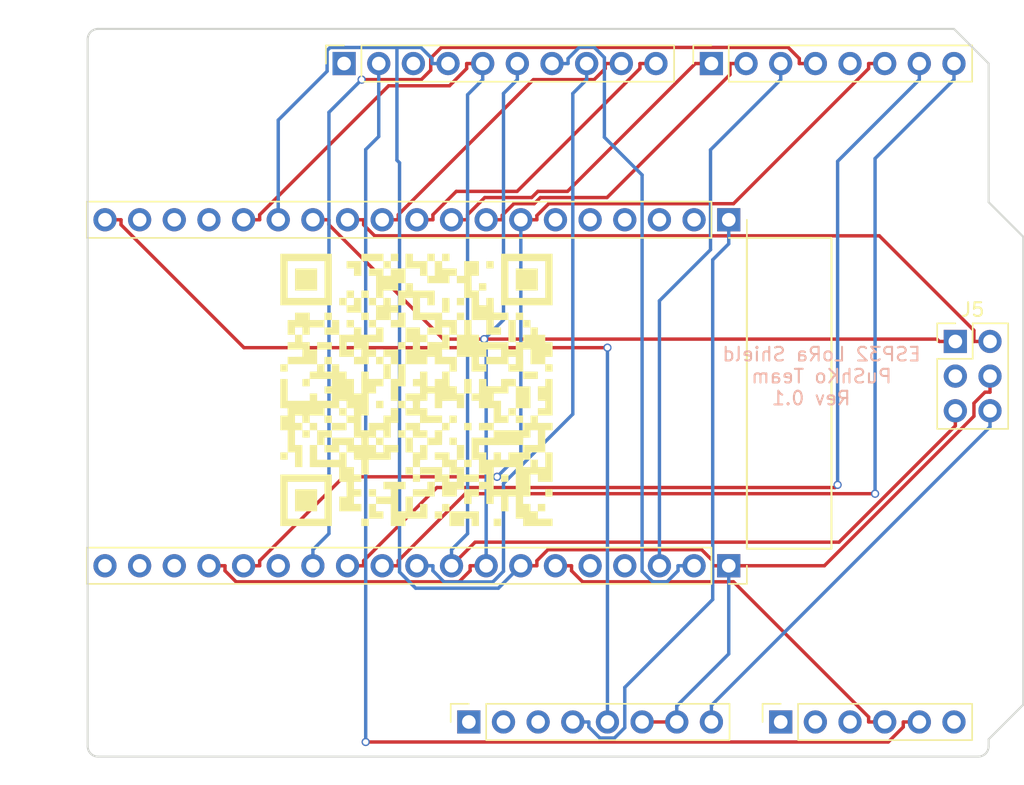
<source format=kicad_pcb>
(kicad_pcb (version 20241229) (generator "pcbnew") (generator_version "9.0")
  (title_block (date "mar. 31 mars 2015"))
  (layers (0 "F.Cu" signal) (2 "B.Cu" signal) (13 "F.Paste" user) (15 "B.Paste" user) (5 "F.SilkS" user "F.Silkscreen") (7 "B.SilkS" user "B.Silkscreen") (1 "F.Mask" user) (3 "B.Mask" user) (25 "Edge.Cuts" user))
  (net 0 "")
  (net 1 "GND")
  (net 3 "+5V")
  (net 4 "/IOREF")
  (net 5 "/A0")
  (net 6 "/A1")
  (net 7 "/A2")
  (net 8 "DI_B")
  (net 9 "/SDA{slash}A4")
  (net 10 "/SCL{slash}A5")
  (net 11 "DO_A")
  (net 12 "CLK_B")
  (net 13 "/AREF")
  (net 14 "CS_A")
  (net 15 "DIO5")
  (net 16 "RESET")
  (net 17 "1PPS")
  (net 18 "DIO0")
  (net 19 "SX_TX_ESP_RX")
  (net 20 "DIO2")
  (net 21 "SX_RX_ESP_TX")
  (net 22 "DIO1")
  (net 23 "D4")
  (net 24 "/*3")
  (net 25 "D5")
  (net 26 "VCC")
  (net 27 "/~{RESET}")
  (net 28 "/RST")
  (net 29 "CLK_A")
  (net 30 "/!D3")
  (net 31 "/!D2")
  (net 32 "/!CMD")
  (net 33 "/D0!")
  (net 34 "/D1!")
  (net 35 "/VN")
  (net 36 "/VP")
  (net 37 "/CLK!")
  (net 38 "/34")
  (net 39 "/35")
  (net 40 "/EN")
  (net 41 "/0")
  (net 42 "/RX")
  (net 43 "/TX")
  (net 44 "+3.3V")
  (footprint "Connector_PinSocket_2.54mm:PinSocket_1x08_P2.54mm_Vertical" (layer "F.Cu") (at 127.94 97.46 90)
    (property "Reference" "J1" (hide yes))
    (property "Value" "Power")
    (pad "1" thru_hole rect (at 0 0 90) (size 1.7 1.7) (drill 1) (layers "*.Cu" "*.Mask"))
    (pad "2" thru_hole oval (at 0 2.54 90) (size 1.7 1.7) (drill 1) (layers "*.Cu" "*.Mask") (net 4 "/IOREF"))
    (pad "3" thru_hole oval (at 0 5.08 90) (size 1.7 1.7) (drill 1) (layers "*.Cu" "*.Mask") (net 27 "/~{RESET}"))
    (pad "4" thru_hole oval (at 0 7.62 90) (size 1.7 1.7) (drill 1) (layers "*.Cu" "*.Mask") (net 44 "+3.3V"))
    (pad "5" thru_hole oval (at 0 10.16 90) (size 1.7 1.7) (drill 1) (layers "*.Cu" "*.Mask") (net 3 "+5V"))
    (pad "6" thru_hole oval (at 0 12.7 90) (size 1.7 1.7) (drill 1) (layers "*.Cu" "*.Mask") (net 1 "GND"))
    (pad "7" thru_hole oval (at 0 15.24 90) (size 1.7 1.7) (drill 1) (layers "*.Cu" "*.Mask") (net 1 "GND"))
    (pad "8" thru_hole oval (at 0 17.78 90) (size 1.7 1.7) (drill 1) (layers "*.Cu" "*.Mask") (net 26 "VCC"))
  )
  (footprint "Connector_PinSocket_2.54mm:PinSocket_1x06_P2.54mm_Vertical" (layer "F.Cu") (at 150.8 97.46 90)
    (property "Reference" "J3" (hide yes))
    (property "Value" "Analog")
    (pad "1" thru_hole rect (at 0 0 90) (size 1.7 1.7) (drill 1) (layers "*.Cu" "*.Mask") (net 5 "/A0"))
    (pad "2" thru_hole oval (at 0 2.54 90) (size 1.7 1.7) (drill 1) (layers "*.Cu" "*.Mask") (net 6 "/A1"))
    (pad "3" thru_hole oval (at 0 5.08 90) (size 1.7 1.7) (drill 1) (layers "*.Cu" "*.Mask") (net 7 "/A2"))
    (pad "4" thru_hole oval (at 0 7.62 90) (size 1.7 1.7) (drill 1) (layers "*.Cu" "*.Mask") (net 17 "1PPS"))
    (pad "5" thru_hole oval (at 0 10.16 90) (size 1.7 1.7) (drill 1) (layers "*.Cu" "*.Mask") (net 9 "/SDA{slash}A4"))
    (pad "6" thru_hole oval (at 0 12.7 90) (size 1.7 1.7) (drill 1) (layers "*.Cu" "*.Mask") (net 10 "/SCL{slash}A5"))
  )
  (footprint "Connector_PinSocket_2.54mm:PinSocket_1x10_P2.54mm_Vertical" (layer "F.Cu") (at 118.796 49.2 90)
    (property "Reference" "J2" (hide yes))
    (property "Value" "Digital/PWM")
    (pad "1" thru_hole rect (at 0 0 90) (size 1.7 1.7) (drill 1) (layers "*.Cu" "*.Mask") (net 10 "/SCL{slash}A5"))
    (pad "2" thru_hole oval (at 0 2.54 90) (size 1.7 1.7) (drill 1) (layers "*.Cu" "*.Mask") (net 9 "/SDA{slash}A4"))
    (pad "3" thru_hole oval (at 0 5.08 90) (size 1.7 1.7) (drill 1) (layers "*.Cu" "*.Mask") (net 13 "/AREF"))
    (pad "4" thru_hole oval (at 0 7.62 90) (size 1.7 1.7) (drill 1) (layers "*.Cu" "*.Mask") (net 1 "GND"))
    (pad "5" thru_hole oval (at 0 10.16 90) (size 1.7 1.7) (drill 1) (layers "*.Cu" "*.Mask") (net 12 "CLK_B"))
    (pad "6" thru_hole oval (at 0 12.7 90) (size 1.7 1.7) (drill 1) (layers "*.Cu" "*.Mask") (net 11 "DO_A"))
    (pad "7" thru_hole oval (at 0 15.24 90) (size 1.7 1.7) (drill 1) (layers "*.Cu" "*.Mask") (net 8 "DI_B"))
    (pad "8" thru_hole oval (at 0 17.78 90) (size 1.7 1.7) (drill 1) (layers "*.Cu" "*.Mask") (net 14 "CS_A"))
    (pad "9" thru_hole oval (at 0 20.32 90) (size 1.7 1.7) (drill 1) (layers "*.Cu" "*.Mask") (net 16 "RESET"))
    (pad "10" thru_hole oval (at 0 22.86 90) (size 1.7 1.7) (drill 1) (layers "*.Cu" "*.Mask") (net 15 "DIO5"))
  )
  (footprint "Connector_PinSocket_2.54mm:PinSocket_1x08_P2.54mm_Vertical" (layer "F.Cu") (at 145.72 49.2 90)
    (property "Reference" "J4" (hide yes))
    (property "Value" "Digital/PWM")
    (pad "1" thru_hole rect (at 0 0 90) (size 1.7 1.7) (drill 1) (layers "*.Cu" "*.Mask") (net 20 "DIO2"))
    (pad "2" thru_hole oval (at 0 2.54 90) (size 1.7 1.7) (drill 1) (layers "*.Cu" "*.Mask") (net 22 "DIO1"))
    (pad "3" thru_hole oval (at 0 5.08 90) (size 1.7 1.7) (drill 1) (layers "*.Cu" "*.Mask") (net 25 "D5"))
    (pad "4" thru_hole oval (at 0 7.62 90) (size 1.7 1.7) (drill 1) (layers "*.Cu" "*.Mask") (net 23 "D4"))
    (pad "5" thru_hole oval (at 0 10.16 90) (size 1.7 1.7) (drill 1) (layers "*.Cu" "*.Mask") (net 24 "/*3"))
    (pad "6" thru_hole oval (at 0 12.7 90) (size 1.7 1.7) (drill 1) (layers "*.Cu" "*.Mask") (net 18 "DIO0"))
    (pad "7" thru_hole oval (at 0 15.24 90) (size 1.7 1.7) (drill 1) (layers "*.Cu" "*.Mask") (net 19 "SX_TX_ESP_RX"))
    (pad "8" thru_hole oval (at 0 17.78 90) (size 1.7 1.7) (drill 1) (layers "*.Cu" "*.Mask") (net 21 "SX_RX_ESP_TX"))
  )
  (footprint "Arduino_MountingHole:MountingHole_3.2mm" (layer "F.Cu") (at 115.24 49.2)
    (property "Reference" "MH1" (hide yes))
    (property "Value" "MountingHole_3.2mm" (hide yes))
    (pad "" np_thru_hole circle (at 0 0) (size 3.2 3.2) (drill 3.2) (layers "*.Cu" "*.Mask"))
  )
  (footprint "Connector_PinSocket_2.54mm:PinSocket_1x19_P2.54mm_Vertical" (layer "F.Cu") (at 146.99 86.01 -90)
    (property "Reference" "J7" (hide yes))
    (property "Value" "Conn_01x19" (hide yes))
    (pad "1" thru_hole rect (at 0 0 270) (size 1.7 1.7) (drill 1) (layers "*.Cu" "*.Mask") (net 1 "GND"))
    (pad "2" thru_hole oval (at 0 2.54 270) (size 1.7 1.7) (drill 1) (layers "*.Cu" "*.Mask") (net 8 "DI_B"))
    (pad "3" thru_hole oval (at 0 5.08 270) (size 1.7 1.7) (drill 1) (layers "*.Cu" "*.Mask") (net 25 "D5"))
    (pad "4" thru_hole oval (at 0 7.62 270) (size 1.7 1.7) (drill 1) (layers "*.Cu" "*.Mask") (net 43 "/TX"))
    (pad "5" thru_hole oval (at 0 10.16 270) (size 1.7 1.7) (drill 1) (layers "*.Cu" "*.Mask") (net 42 "/RX"))
    (pad "6" thru_hole oval (at 0 12.7 270) (size 1.7 1.7) (drill 1) (layers "*.Cu" "*.Mask") (net 17 "1PPS"))
    (pad "7" thru_hole oval (at 0 15.24 270) (size 1.7 1.7) (drill 1) (layers "*.Cu" "*.Mask") (net 1 "GND"))
    (pad "8" thru_hole oval (at 0 17.78 270) (size 1.7 1.7) (drill 1) (layers "*.Cu" "*.Mask") (net 11 "DO_A"))
    (pad "9" thru_hole oval (at 0 20.32 270) (size 1.7 1.7) (drill 1) (layers "*.Cu" "*.Mask") (net 12 "CLK_B"))
    (pad "10" thru_hole oval (at 0 22.86 270) (size 1.7 1.7) (drill 1) (layers "*.Cu" "*.Mask") (net 14 "CS_A"))
    (pad "11" thru_hole oval (at 0 25.4 270) (size 1.7 1.7) (drill 1) (layers "*.Cu" "*.Mask") (net 21 "SX_RX_ESP_TX"))
    (pad "12" thru_hole oval (at 0 27.94 270) (size 1.7 1.7) (drill 1) (layers "*.Cu" "*.Mask") (net 19 "SX_TX_ESP_RX"))
    (pad "13" thru_hole oval (at 0 30.48 270) (size 1.7 1.7) (drill 1) (layers "*.Cu" "*.Mask") (net 23 "D4"))
    (pad "14" thru_hole oval (at 0 33.02 270) (size 1.7 1.7) (drill 1) (layers "*.Cu" "*.Mask") (net 41 "/0"))
    (pad "15" thru_hole oval (at 0 35.56 270) (size 1.7 1.7) (drill 1) (layers "*.Cu" "*.Mask") (net 18 "DIO0"))
    (pad "16" thru_hole oval (at 0 38.1 270) (size 1.7 1.7) (drill 1) (layers "*.Cu" "*.Mask") (net 11 "DO_A"))
    (pad "17" thru_hole oval (at 0 40.64 270) (size 1.7 1.7) (drill 1) (layers "*.Cu" "*.Mask") (net 34 "/D1!"))
    (pad "18" thru_hole oval (at 0 43.18 270) (size 1.7 1.7) (drill 1) (layers "*.Cu" "*.Mask") (net 33 "/D0!"))
    (pad "19" thru_hole oval (at 0 45.72 270) (size 1.7 1.7) (drill 1) (layers "*.Cu" "*.Mask") (net 37 "/CLK!"))
  )
  (footprint "Connector_PinHeader_2.54mm:PinHeader_2x03_P2.54mm_Vertical" (layer "F.Cu") (at 163.6 69.57)
    (property "Reference" "J5" (at 1.27 -2.33 0) (layer "F.SilkS"))
    (property "Value" "Conn_02x03_Counter_Clockwise" (hide yes))
    (pad "1" thru_hole rect (at 0 0) (size 1.7 1.7) (drill 1) (layers "*.Cu" "*.Mask") (net 11 "DO_A"))
    (pad "2" thru_hole oval (at 2.54 0) (size 1.7 1.7) (drill 1) (layers "*.Cu" "*.Mask") (net 29 "CLK_A"))
    (pad "3" thru_hole oval (at 0 2.54) (size 1.7 1.7) (drill 1) (layers "*.Cu" "*.Mask") (net 28 "/RST"))
    (pad "4" thru_hole oval (at 2.54 2.54) (size 1.7 1.7) (drill 1) (layers "*.Cu" "*.Mask") (net 1 "GND"))
    (pad "5" thru_hole oval (at 0 5.08) (size 1.7 1.7) (drill 1) (layers "*.Cu" "*.Mask") (net 12 "CLK_B"))
    (pad "6" thru_hole oval (at 2.54 5.08) (size 1.7 1.7) (drill 1) (layers "*.Cu" "*.Mask") (net 26 "VCC"))
  )
  (footprint "footprints:qr_github" (layer "F.Cu") (at 124.1 73.12)
    (property "Reference" "G***" (hide yes))
    (property "Value" "LOGO" (hide yes))
  )
  (footprint "Arduino_MountingHole:MountingHole_3.2mm" (layer "F.Cu") (at 113.97 97.46)
    (property "Reference" "MH2" (hide yes))
    (property "Value" "MountingHole_3.2mm" (hide yes))
    (pad "" np_thru_hole circle (at 0 0) (size 3.2 3.2) (drill 3.2) (layers "*.Cu" "*.Mask"))
  )
  (footprint "Arduino_MountingHole:MountingHole_3.2mm" (layer "F.Cu") (at 166.04 64.44)
    (property "Reference" "MH3" (hide yes))
    (property "Value" "MountingHole_3.2mm" (hide yes))
    (pad "" np_thru_hole circle (at 0 0) (size 3.2 3.2) (drill 3.2) (layers "*.Cu" "*.Mask"))
  )
  (footprint "Connector_PinSocket_2.54mm:PinSocket_1x19_P2.54mm_Vertical" (layer "F.Cu") (at 146.99 60.65 -90)
    (property "Reference" "J6" (hide yes))
    (property "Value" "Conn_01x19" (hide yes))
    (pad "1" thru_hole rect (at 0 0 270) (size 1.7 1.7) (drill 1) (layers "*.Cu" "*.Mask") (net 44 "+3.3V"))
    (pad "2" thru_hole oval (at 0 2.54 270) (size 1.7 1.7) (drill 1) (layers "*.Cu" "*.Mask") (net 40 "/EN"))
    (pad "3" thru_hole oval (at 0 5.08 270) (size 1.7 1.7) (drill 1) (layers "*.Cu" "*.Mask") (net 36 "/VP"))
    (pad "4" thru_hole oval (at 0 7.62 270) (size 1.7 1.7) (drill 1) (layers "*.Cu" "*.Mask") (net 35 "/VN"))
    (pad "5" thru_hole oval (at 0 10.16 270) (size 1.7 1.7) (drill 1) (layers "*.Cu" "*.Mask") (net 38 "/34"))
    (pad "6" thru_hole oval (at 0 12.7 270) (size 1.7 1.7) (drill 1) (layers "*.Cu" "*.Mask") (net 39 "/35"))
    (pad "7" thru_hole oval (at 0 15.24 270) (size 1.7 1.7) (drill 1) (layers "*.Cu" "*.Mask") (net 18 "DIO0"))
    (pad "8" thru_hole oval (at 0 17.78 270) (size 1.7 1.7) (drill 1) (layers "*.Cu" "*.Mask") (net 22 "DIO1"))
    (pad "9" thru_hole oval (at 0 20.32 270) (size 1.7 1.7) (drill 1) (layers "*.Cu" "*.Mask") (net 20 "DIO2"))
    (pad "10" thru_hole oval (at 0 22.86 270) (size 1.7 1.7) (drill 1) (layers "*.Cu" "*.Mask") (net 15 "DIO5"))
    (pad "11" thru_hole oval (at 0 25.4 270) (size 1.7 1.7) (drill 1) (layers "*.Cu" "*.Mask") (net 16 "RESET"))
    (pad "12" thru_hole oval (at 0 27.94 270) (size 1.7 1.7) (drill 1) (layers "*.Cu" "*.Mask") (net 29 "CLK_A"))
    (pad "13" thru_hole oval (at 0 30.48 270) (size 1.7 1.7) (drill 1) (layers "*.Cu" "*.Mask") (net 11 "DO_A"))
    (pad "14" thru_hole oval (at 0 33.02 270) (size 1.7 1.7) (drill 1) (layers "*.Cu" "*.Mask") (net 1 "GND"))
    (pad "15" thru_hole oval (at 0 35.56 270) (size 1.7 1.7) (drill 1) (layers "*.Cu" "*.Mask") (net 12 "CLK_B"))
    (pad "16" thru_hole oval (at 0 38.1 270) (size 1.7 1.7) (drill 1) (layers "*.Cu" "*.Mask") (net 31 "/!D2"))
    (pad "17" thru_hole oval (at 0 40.64 270) (size 1.7 1.7) (drill 1) (layers "*.Cu" "*.Mask") (net 30 "/!D3"))
    (pad "18" thru_hole oval (at 0 43.18 270) (size 1.7 1.7) (drill 1) (layers "*.Cu" "*.Mask") (net 32 "/!CMD"))
    (pad "19" thru_hole oval (at 0 45.72 270) (size 1.7 1.7) (drill 1) (layers "*.Cu" "*.Mask") (net 3 "+5V"))
  )
  (footprint "Arduino_MountingHole:MountingHole_3.2mm" (layer "F.Cu") (at 166.04 92.38)
    (property "Reference" "MH4" (hide yes))
    (property "Value" "MountingHole_3.2mm" (hide yes))
    (pad "" np_thru_hole circle (at 0 0) (size 3.2 3.2) (drill 3.2) (layers "*.Cu" "*.Mask"))
  )
  (gr_rect (start 148.32 61.98) (end 154.52 84.76) (stroke (width 0.15)) (fill no) (layer "F.SilkS"))
  (gr_line (start 166.04 59.36) (end 168.58 61.9) (stroke (width 0.15)) (layer "Edge.Cuts"))
  (gr_line (start 100 99.238) (end 100 47.422) (stroke (width 0.15)) (layer "Edge.Cuts"))
  (gr_line (start 168.58 61.9) (end 168.58 96.19) (stroke (width 0.15)) (layer "Edge.Cuts"))
  (gr_line (start 165.278 100) (end 100.762 100) (stroke (width 0.15)) (layer "Edge.Cuts"))
  (gr_line (start 100.762 46.66) (end 163.5 46.66) (stroke (width 0.15)) (layer "Edge.Cuts"))
  (gr_arc (start 100.762 100) (mid 100.223185 99.776815) (end 100 99.238) (stroke (width 0.15)) (layer "Edge.Cuts"))
  (gr_line (start 168.58 96.19) (end 166.04 98.73) (stroke (width 0.15)) (layer "Edge.Cuts"))
  (gr_line (start 163.5 46.66) (end 166.04 49.2) (stroke (width 0.15)) (layer "Edge.Cuts"))
  (gr_arc (start 166.04 99.238) (mid 165.816815 99.776815) (end 165.278 100) (stroke (width 0.15)) (layer "Edge.Cuts"))
  (gr_line (start 166.04 49.2) (end 166.04 59.36) (stroke (width 0.15)) (layer "Edge.Cuts"))
  (gr_line (start 166.04 98.73) (end 166.04 99.238) (stroke (width 0.15)) (layer "Edge.Cuts"))
  (gr_arc (start 100 47.422) (mid 100.223185 46.883185) (end 100.762 46.66) (stroke (width 0.15)) (layer "Edge.Cuts"))
  (gr_text "ESP32 LoRa Shield  \nPuShKo Team  \nRev 0.1" (at 153.03 72.12 0) (layer "B.SilkS") (effects (font (size 1 1)) (justify mirror)))
  (segment (start 164.9633 74.0956) (end 164.9633 75.0464) (width 0.25) (layer "F.Cu") (net 1))
  (segment (start 143.18 97.46) (end 140.64 97.46) (width 0.25) (layer "F.Cu") (net 1))
  (segment (start 145.0044 84.8333) (end 145.8133 85.6422) (width 0.25) (layer "F.Cu") (net 1))
  (segment (start 166.14 73.2867) (end 165.7722 73.2867) (width 0.25) (layer "F.Cu") (net 1))
  (segment (start 132.9267 86.01) (end 132.9267 85.6423) (width 0.25) (layer "F.Cu") (net 1))
  (segment (start 165.7722 73.2867) (end 164.9633 74.0956) (width 0.25) (layer "F.Cu") (net 1))
  (segment (start 131.75 86.01) (end 132.9267 86.01) (width 0.25) (layer "F.Cu") (net 1))
  (segment (start 153.9997 86.01) (end 146.99 86.01) (width 0.25) (layer "F.Cu") (net 1))
  (segment (start 145.8133 85.6422) (end 145.8133 86.01) (width 0.25) (layer "F.Cu") (net 1))
  (segment (start 146.99 86.01) (end 145.8133 86.01) (width 0.25) (layer "F.Cu") (net 1))
  (segment (start 164.9633 75.0464) (end 153.9997 86.01) (width 0.25) (layer "F.Cu") (net 1))
  (segment (start 133.7357 84.8333) (end 145.0044 84.8333) (width 0.25) (layer "F.Cu") (net 1))
  (segment (start 166.14 72.11) (end 166.14 73.2867) (width 0.25) (layer "F.Cu") (net 1))
  (segment (start 132.9267 85.6423) (end 133.7357 84.8333) (width 0.25) (layer "F.Cu") (net 1))
  (segment (start 117.5523 48.2421) (end 117.7711 48.0233) (width 0.25) (layer "B.Cu") (net 1))
  (segment (start 122.6695 48.0233) (end 124.4304 48.0233) (width 0.25) (layer "B.Cu") (net 1))
  (segment (start 113.97 60.65) (end 113.97 53.3452) (width 0.25) (layer "B.Cu") (net 1))
  (segment (start 122.6695 56.2825) (end 122.86 56.473) (width 0.25) (layer "B.Cu") (net 1))
  (segment (start 122.86 56.473) (end 122.86 86.4713) (width 0.25) (layer "B.Cu") (net 1))
  (segment (start 143.18 97.46) (end 143.18 96.2833) (width 0.25) (layer "B.Cu") (net 1))
  (segment (start 122.86 86.4713) (end 124.045 87.6563) (width 0.25) (layer "B.Cu") (net 1))
  (segment (start 117.7711 48.0233) (end 122.6695 48.0233) (width 0.25) (layer "B.Cu") (net 1))
  (segment (start 125.2393 48.8322) (end 125.2393 49.2) (width 0.25) (layer "B.Cu") (net 1))
  (segment (start 146.99 86.01) (end 146.99 92.4733) (width 0.25) (layer "B.Cu") (net 1))
  (segment (start 113.97 53.3452) (end 117.5523 49.7629) (width 0.25) (layer "B.Cu") (net 1))
  (segment (start 124.4304 48.0233) (end 125.2393 48.8322) (width 0.25) (layer "B.Cu") (net 1))
  (segment (start 126.416 49.2) (end 125.2393 49.2) (width 0.25) (layer "B.Cu") (net 1))
  (segment (start 122.6695 48.0233) (end 122.6695 56.2825) (width 0.25) (layer "B.Cu") (net 1))
  (segment (start 146.99 92.4733) (end 143.18 96.2833) (width 0.25) (layer "B.Cu") (net 1))
  (segment (start 117.5523 49.7629) (end 117.5523 48.2421) (width 0.25) (layer "B.Cu") (net 1))
  (segment (start 130.1037 87.6563) (end 131.75 86.01) (width 0.25) (layer "B.Cu") (net 1))
  (segment (start 124.045 87.6563) (end 130.1037 87.6563) (width 0.25) (layer "B.Cu") (net 1))
  (segment (start 102.4467 60.65) (end 102.4467 61.0177) (width 0.25) (layer "F.Cu") (net 3))
  (segment (start 101.27 60.65) (end 102.4467 60.65) (width 0.25) (layer "F.Cu") (net 3))
  (segment (start 102.4467 61.0177) (end 111.454 70.025) (width 0.25) (layer "F.Cu") (net 3))
  (segment (start 111.454 70.025) (end 138.1 70.025) (width 0.25) (layer "F.Cu") (net 3))
  (via (at 138.1 70.025) (size 0.6) (drill 0.4) (layers "F.Cu" "B.Cu") (net 3))
  (segment (start 138.1 97.46) (end 138.1 70.025) (width 0.25) (layer "B.Cu") (net 3))
  (segment (start 136.0504 47.9946) (end 137.1103 47.9946) (width 0.25) (layer "B.Cu") (net 8))
  (segment (start 137.8765 48.7608) (end 137.8765 54.6033) (width 0.25) (layer "B.Cu") (net 8))
  (segment (start 135.2127 48.8323) (end 136.0504 47.9946) (width 0.25) (layer "B.Cu") (net 8))
  (segment (start 144.45 86.01) (end 143.2733 86.01) (width 0.25) (layer "B.Cu") (net 8))
  (segment (start 140.64 86.4116) (end 141.4151 87.1867) (width 0.25) (layer "B.Cu") (net 8))
  (segment (start 143.2733 86.3778) (end 143.2733 86.01) (width 0.25) (layer "B.Cu") (net 8))
  (segment (start 141.4151 87.1867) (end 142.4644 87.1867) (width 0.25) (layer "B.Cu") (net 8))
  (segment (start 142.4644 87.1867) (end 143.2733 86.3778) (width 0.25) (layer "B.Cu") (net 8))
  (segment (start 134.036 49.2) (end 135.2127 49.2) (width 0.25) (layer "B.Cu") (net 8))
  (segment (start 137.1103 47.9946) (end 137.8765 48.7608) (width 0.25) (layer "B.Cu") (net 8))
  (segment (start 137.8765 54.6033) (end 140.64 57.3668) (width 0.25) (layer "B.Cu") (net 8))
  (segment (start 135.2127 49.2) (end 135.2127 48.8323) (width 0.25) (layer "B.Cu") (net 8))
  (segment (start 140.64 57.3668) (end 140.64 86.4116) (width 0.25) (layer "B.Cu") (net 8))
  (segment (start 159.7833 97.46) (end 159.7833 97.8277) (width 0.25) (layer "F.Cu") (net 9))
  (segment (start 160.96 97.46) (end 159.7833 97.46) (width 0.25) (layer "F.Cu") (net 9))
  (segment (start 158.6822 98.9288) (end 120.3789 98.9288) (width 0.25) (layer "F.Cu") (net 9))
  (segment (start 159.7833 97.8277) (end 158.6822 98.9288) (width 0.25) (layer "F.Cu") (net 9))
  (via (at 120.3789 98.9288) (size 0.6) (drill 0.4) (layers "F.Cu" "B.Cu") (net 9))
  (segment (start 121.336 54.5465) (end 120.3789 55.5036) (width 0.25) (layer "B.Cu") (net 9))
  (segment (start 120.3789 55.5036) (end 120.3789 98.9288) (width 0.25) (layer "B.Cu") (net 9))
  (segment (start 121.336 49.2) (end 121.336 54.5465) (width 0.25) (layer "B.Cu") (net 9))
  (segment (start 110.0667 86.01) (end 110.0667 86.3777) (width 0.25) (layer "F.Cu") (net 11))
  (segment (start 110.8757 87.1867) (end 127.2244 87.1867) (width 0.25) (layer "F.Cu") (net 11))
  (segment (start 128.0333 86.3778) (end 128.0333 86.01) (width 0.25) (layer "F.Cu") (net 11))
  (segment (start 126.0673 69.3983) (end 117.6867 61.0177) (width 0.25) (layer "F.Cu") (net 11))
  (segment (start 162.2516 69.3983) (end 129.0663 69.3983) (width 0.25) (layer "F.Cu") (net 11))
  (segment (start 127.2244 87.1867) (end 128.0333 86.3778) (width 0.25) (layer "F.Cu") (net 11))
  (segment (start 116.51 60.65) (end 117.6867 60.65) (width 0.25) (layer "F.Cu") (net 11))
  (segment (start 129.21 86.01) (end 128.0333 86.01) (width 0.25) (layer "F.Cu") (net 11))
  (segment (start 163.6 69.57) (end 162.4233 69.57) (width 0.25) (layer "F.Cu") (net 11))
  (segment (start 108.89 86.01) (end 110.0667 86.01) (width 0.25) (layer "F.Cu") (net 11))
  (segment (start 162.4233 69.57) (end 162.2516 69.3983) (width 0.25) (layer "F.Cu") (net 11))
  (segment (start 129.0663 69.3983) (end 126.0673 69.3983) (width 0.25) (layer "F.Cu") (net 11))
  (segment (start 117.6867 61.0177) (end 117.6867 60.65) (width 0.25) (layer "F.Cu") (net 11))
  (segment (start 110.0667 86.3777) (end 110.8757 87.1867) (width 0.25) (layer "F.Cu") (net 11))
  (via (at 129.0663 69.3983) (size 0.6) (drill 0.4) (layers "F.Cu" "B.Cu") (net 11))
  (segment (start 130.48 51.3927) (end 131.496 50.3767) (width 0.25) (layer "B.Cu") (net 11))
  (segment (start 129.0663 69.3983) (end 130.48 67.9846) (width 0.25) (layer "B.Cu") (net 11))
  (segment (start 129.21 69.542) (end 129.0663 69.3983) (width 0.25) (layer "B.Cu") (net 11))
  (segment (start 130.48 67.9846) (end 130.48 51.3927) (width 0.25) (layer "B.Cu") (net 11))
  (segment (start 131.496 49.2) (end 131.496 50.3767) (width 0.25) (layer "B.Cu") (net 11))
  (segment (start 129.21 86.01) (end 129.21 69.542) (width 0.25) (layer "B.Cu") (net 11))
  (segment (start 128.399 84.281) (end 126.67 86.01) (width 0.25) (layer "F.Cu") (net 12))
  (segment (start 126.5187 50.8284) (end 127.7793 49.5678) (width 0.25) (layer "F.Cu") (net 12))
  (segment (start 112.6067 60.65) (end 112.6067 60.2822) (width 0.25) (layer "F.Cu") (net 12))
  (segment (start 163.6 74.65) (end 163.6 75.7527) (width 0.25) (layer "F.Cu") (net 12))
  (segment (start 127.7793 49.5678) (end 127.7793 49.2) (width 0.25) (layer "F.Cu") (net 12))
  (segment (start 111.43 60.65) (end 112.6067 60.65) (width 0.25) (layer "F.Cu") (net 12))
  (segment (start 128.956 49.2) (end 127.7793 49.2) (width 0.25) (layer "F.Cu") (net 12))
  (segment (start 155.0717 84.281) (end 128.399 84.281) (width 0.25) (layer "F.Cu") (net 12))
  (segment (start 122.0605 50.8284) (end 126.5187 50.8284) (width 0.25) (layer "F.Cu") (net 12))
  (segment (start 163.6 75.7527) (end 155.0717 84.281) (width 0.25) (layer "F.Cu") (net 12))
  (segment (start 112.6067 60.2822) (end 122.0605 50.8284) (width 0.25) (layer "F.Cu") (net 12))
  (segment (start 127.8467 83.6566) (end 126.67 84.8333) (width 0.25) (layer "B.Cu") (net 12))
  (segment (start 126.67 86.01) (end 126.67 84.8333) (width 0.25) (layer "B.Cu") (net 12))
  (segment (start 127.8467 51.486) (end 127.8467 83.6566) (width 0.25) (layer "B.Cu") (net 12))
  (segment (start 128.956 50.3767) (end 127.8467 51.486) (width 0.25) (layer "B.Cu") (net 12))
  (segment (start 128.956 49.2) (end 128.956 50.3767) (width 0.25) (layer "B.Cu") (net 12))
  (segment (start 135.56 74.896) (end 135.56 51.3927) (width 0.25) (layer "B.Cu") (net 14))
  (segment (start 129.7011 87.196) (end 130.48 86.4171) (width 0.25) (layer "B.Cu") (net 14))
  (segment (start 124.13 86.01) (end 125.3067 86.01) (width 0.25) (layer "B.Cu") (net 14))
  (segment (start 135.56 51.3927) (end 136.576 50.3767) (width 0.25) (layer "B.Cu") (net 14))
  (segment (start 130.48 79.976) (end 135.56 74.896) (width 0.25) (layer "B.Cu") (net 14))
  (segment (start 136.576 49.2) (end 136.576 50.3767) (width 0.25) (layer "B.Cu") (net 14))
  (segment (start 130.48 86.4171) (end 130.48 79.976) (width 0.25) (layer "B.Cu") (net 14))
  (segment (start 126.125 87.196) (end 129.7011 87.196) (width 0.25) (layer "B.Cu") (net 14))
  (segment (start 125.3067 86.3777) (end 126.125 87.196) (width 0.25) (layer "B.Cu") (net 14))
  (segment (start 125.3067 86.01) (end 125.3067 86.3777) (width 0.25) (layer "B.Cu") (net 14))
  (segment (start 140.4793 49.5677) (end 131.4771 58.5699) (width 0.25) (layer "F.Cu") (net 15))
  (segment (start 124.13 60.65) (end 125.3067 60.65) (width 0.25) (layer "F.Cu") (net 15))
  (segment (start 125.3067 60.2822) (end 125.3067 60.65) (width 0.25) (layer "F.Cu") (net 15))
  (segment (start 131.4771 58.5699) (end 127.019 58.5699) (width 0.25) (layer "F.Cu") (net 15))
  (segment (start 127.019 58.5699) (end 125.3067 60.2822) (width 0.25) (layer "F.Cu") (net 15))
  (segment (start 141.656 49.2) (end 140.4793 49.2) (width 0.25) (layer "F.Cu") (net 15))
  (segment (start 140.4793 49.2) (end 140.4793 49.5677) (width 0.25) (layer "F.Cu") (net 15))
  (segment (start 121.59 60.65) (end 122.7667 60.65) (width 0.25) (layer "F.Cu") (net 16))
  (segment (start 122.7667 60.65) (end 122.7667 60.2822) (width 0.25) (layer "F.Cu") (net 16))
  (segment (start 139.116 49.2) (end 137.9393 49.2) (width 0.25) (layer "F.Cu") (net 16))
  (segment (start 122.7667 60.2822) (end 132.6722 50.3767) (width 0.25) (layer "F.Cu") (net 16))
  (segment (start 137.1304 50.3767) (end 137.9393 49.5678) (width 0.25) (layer "F.Cu") (net 16))
  (segment (start 132.6722 50.3767) (end 137.1304 50.3767) (width 0.25) (layer "F.Cu") (net 16))
  (segment (start 137.9393 49.5678) (end 137.9393 49.2) (width 0.25) (layer "F.Cu") (net 16))
  (segment (start 157.2433 97.0922) (end 147.3378 87.1867) (width 0.25) (layer "F.Cu") (net 17))
  (segment (start 135.4667 86.3778) (end 135.4667 86.01) (width 0.25) (layer "F.Cu") (net 17))
  (segment (start 158.42 97.46) (end 157.2433 97.46) (width 0.25) (layer "F.Cu") (net 17))
  (segment (start 157.2433 97.46) (end 157.2433 97.0922) (width 0.25) (layer "F.Cu") (net 17))
  (segment (start 136.2756 87.1867) (end 135.4667 86.3778) (width 0.25) (layer "F.Cu") (net 17))
  (segment (start 147.3378 87.1867) (end 136.2756 87.1867) (width 0.25) (layer "F.Cu") (net 17))
  (segment (start 134.29 86.01) (end 135.4667 86.01) (width 0.25) (layer "F.Cu") (net 17))
  (segment (start 157.2433 49.5677) (end 157.2433 49.2) (width 0.25) (layer "F.Cu") (net 18))
  (segment (start 118.7593 79.4897) (end 130.0091 79.4897) (width 0.25) (layer "F.Cu") (net 18))
  (segment (start 147.3377 59.4733) (end 157.2433 49.5677) (width 0.25) (layer "F.Cu") (net 18))
  (segment (start 111.43 86.01) (end 112.6067 86.01) (width 0.25) (layer "F.Cu") (net 18))
  (segment (start 131.75 60.65) (end 132.9267 60.65) (width 0.25) (layer "F.Cu") (net 18))
  (segment (start 132.9267 60.65) (end 132.9267 60.3401) (width 0.25) (layer "F.Cu") (net 18))
  (segment (start 112.6067 85.6423) (end 118.7593 79.4897) (width 0.25) (layer "F.Cu") (net 18))
  (segment (start 112.6067 86.01) (end 112.6067 85.6423) (width 0.25) (layer "F.Cu") (net 18))
  (segment (start 132.9267 60.3401) (end 133.7935 59.4733) (width 0.25) (layer "F.Cu") (net 18))
  (segment (start 158.42 49.2) (end 157.2433 49.2) (width 0.25) (layer "F.Cu") (net 18))
  (segment (start 133.7935 59.4733) (end 147.3377 59.4733) (width 0.25) (layer "F.Cu") (net 18))
  (via (at 130.0091 79.4897) (size 0.6) (drill 0.4) (layers "F.Cu" "B.Cu") (net 18))
  (segment (start 131.75 61.8267) (end 131.75 77.7488) (width 0.25) (layer "B.Cu") (net 18))
  (segment (start 131.75 60.65) (end 131.75 61.8267) (width 0.25) (layer "B.Cu") (net 18))
  (segment (start 131.75 77.7488) (end 130.0091 79.4897) (width 0.25) (layer "B.Cu") (net 18))
  (segment (start 120.2267 85.6444) (end 125.5934 80.2777) (width 0.25) (layer "F.Cu") (net 19))
  (segment (start 154.7726 80.2777) (end 154.9702 80.0801) (width 0.25) (layer "F.Cu") (net 19))
  (segment (start 120.2267 86.01) (end 120.2267 85.6444) (width 0.25) (layer "F.Cu") (net 19))
  (segment (start 125.5934 80.2777) (end 154.7726 80.2777) (width 0.25) (layer "F.Cu") (net 19))
  (segment (start 119.05 86.01) (end 120.2267 86.01) (width 0.25) (layer "F.Cu") (net 19))
  (via (at 154.9702 80.0801) (size 0.6) (drill 0.4) (layers "F.Cu" "B.Cu") (net 19))
  (segment (start 160.96 50.3767) (end 154.9702 56.3665) (width 0.25) (layer "B.Cu") (net 19))
  (segment (start 154.9702 56.3665) (end 154.9702 80.0801) (width 0.25) (layer "B.Cu") (net 19))
  (segment (start 160.96 49.2) (end 160.96 50.3767) (width 0.25) (layer "B.Cu") (net 19))
  (segment (start 145.72 49.2) (end 144.5433 49.2) (width 0.25) (layer "F.Cu") (net 20))
  (segment (start 127.8467 60.2774) (end 127.8467 60.65) (width 0.25) (layer "F.Cu") (net 20))
  (segment (start 132.9952 58.5699) (end 132.5435 59.0216) (width 0.25) (layer "F.Cu") (net 20))
  (segment (start 132.5435 59.0216) (end 129.1025 59.0216) (width 0.25) (layer "F.Cu") (net 20))
  (segment (start 129.1025 59.0216) (end 127.8467 60.2774) (width 0.25) (layer "F.Cu") (net 20))
  (segment (start 135.1734 58.5699) (end 132.9952 58.5699) (width 0.25) (layer "F.Cu") (net 20))
  (segment (start 144.5433 49.2) (end 135.1734 58.5699) (width 0.25) (layer "F.Cu") (net 20))
  (segment (start 126.67 60.65) (end 127.8467 60.65) (width 0.25) (layer "F.Cu") (net 20))
  (segment (start 122.7667 86.01) (end 122.7667 85.6444) (width 0.25) (layer "F.Cu") (net 21))
  (segment (start 121.59 86.01) (end 122.7667 86.01) (width 0.25) (layer "F.Cu") (net 21))
  (segment (start 127.6817 80.7294) (end 157.7165 80.7294) (width 0.25) (layer "F.Cu") (net 21))
  (segment (start 122.7667 85.6444) (end 127.6817 80.7294) (width 0.25) (layer "F.Cu") (net 21))
  (via (at 157.7165 80.7294) (size 0.6) (drill 0.4) (layers "F.Cu" "B.Cu") (net 21))
  (segment (start 157.7165 56.1602) (end 157.7165 80.7294) (width 0.25) (layer "B.Cu") (net 21))
  (segment (start 163.5 50.3767) (end 157.7165 56.1602) (width 0.25) (layer "B.Cu") (net 21))
  (segment (start 163.5 49.2) (end 163.5 50.3767) (width 0.25) (layer "B.Cu") (net 21))
  (segment (start 147.0833 49.2) (end 147.0833 50.009) (width 0.25) (layer "F.Cu") (net 22))
  (segment (start 133.1842 59.0216) (end 132.7325 59.4733) (width 0.25) (layer "F.Cu") (net 22))
  (segment (start 129.21 60.65) (end 130.3867 60.65) (width 0.25) (layer "F.Cu") (net 22))
  (segment (start 147.0833 50.009) (end 138.0707 59.0216) (width 0.25) (layer "F.Cu") (net 22))
  (segment (start 138.0707 59.0216) (end 133.1842 59.0216) (width 0.25) (layer "F.Cu") (net 22))
  (segment (start 130.3867 60.3268) (end 130.3867 60.65) (width 0.25) (layer "F.Cu") (net 22))
  (segment (start 131.2402 59.4733) (end 130.3867 60.3268) (width 0.25) (layer "F.Cu") (net 22))
  (segment (start 132.7325 59.4733) (end 131.2402 59.4733) (width 0.25) (layer "F.Cu") (net 22))
  (segment (start 148.26 49.2) (end 147.0833 49.2) (width 0.25) (layer "F.Cu") (net 22))
  (segment (start 125.146 48.8013) (end 125.146 49.6875) (width 0.25) (layer "F.Cu") (net 23))
  (segment (start 124.4568 50.3767) (end 120.0832 50.3767) (width 0.25) (layer "F.Cu") (net 23))
  (segment (start 125.9293 48.018) (end 125.146 48.8013) (width 0.25) (layer "F.Cu") (net 23))
  (segment (start 153.34 49.2) (end 152.1633 49.2) (width 0.25) (layer "F.Cu") (net 23))
  (segment (start 152.1633 48.8323) (end 151.349 48.018) (width 0.25) (layer "F.Cu") (net 23))
  (segment (start 152.1633 49.2) (end 152.1633 48.8323) (width 0.25) (layer "F.Cu") (net 23))
  (segment (start 125.146 49.6875) (end 124.4568 50.3767) (width 0.25) (layer "F.Cu") (net 23))
  (segment (start 151.349 48.018) (end 125.9293 48.018) (width 0.25) (layer "F.Cu") (net 23))
  (via (at 120.0832 50.3767) (size 0.6) (drill 0.4) (layers "F.Cu" "B.Cu") (net 23))
  (segment (start 116.51 84.8333) (end 117.6867 83.6566) (width 0.25) (layer "B.Cu") (net 23))
  (segment (start 117.6867 52.7732) (end 120.0832 50.3767) (width 0.25) (layer "B.Cu") (net 23))
  (segment (start 117.6867 83.6566) (end 117.6867 52.7732) (width 0.25) (layer "B.Cu") (net 23))
  (segment (start 116.51 86.01) (end 116.51 84.8333) (width 0.25) (layer "B.Cu") (net 23))
  (segment (start 150.8 50.3767) (end 145.6543 55.5224) (width 0.25) (layer "B.Cu") (net 25))
  (segment (start 150.8 49.2) (end 150.8 50.3767) (width 0.25) (layer "B.Cu") (net 25))
  (segment (start 141.91 66.5885) (end 141.91 86.01) (width 0.25) (layer "B.Cu") (net 25))
  (segment (start 145.6543 55.5224) (end 145.6543 62.8442) (width 0.25) (layer "B.Cu") (net 25))
  (segment (start 145.6543 62.8442) (end 141.91 66.5885) (width 0.25) (layer "B.Cu") (net 25))
  (segment (start 166.14 74.65) (end 166.14 75.8267) (width 0.25) (layer "B.Cu") (net 26))
  (segment (start 145.72 96.2467) (end 145.72 97.46) (width 0.25) (layer "B.Cu") (net 26))
  (segment (start 166.14 75.8267) (end 145.72 96.2467) (width 0.25) (layer "B.Cu") (net 26))
  (segment (start 120.2267 61.0178) (end 120.2267 60.65) (width 0.25) (layer "F.Cu") (net 29))
  (segment (start 158.029 61.8267) (end 121.0356 61.8267) (width 0.25) (layer "F.Cu") (net 29))
  (segment (start 166.14 69.57) (end 164.9633 69.57) (width 0.25) (layer "F.Cu") (net 29))
  (segment (start 164.9633 69.57) (end 164.9633 68.761) (width 0.25) (layer "F.Cu") (net 29))
  (segment (start 119.05 60.65) (end 120.2267 60.65) (width 0.25) (layer "F.Cu") (net 29))
  (segment (start 121.0356 61.8267) (end 120.2267 61.0178) (width 0.25) (layer "F.Cu") (net 29))
  (segment (start 164.9633 68.761) (end 158.029 61.8267) (width 0.25) (layer "F.Cu") (net 29))
  (segment (start 135.56 97.46) (end 136.7367 97.46) (width 0.25) (layer "B.Cu") (net 44))
  (segment (start 145.8133 88.4838) (end 145.8133 63.5887) (width 0.25) (layer "B.Cu") (net 44))
  (segment (start 136.7367 97.8278) (end 137.5456 98.6367) (width 0.25) (layer "B.Cu") (net 44))
  (segment (start 138.6139 98.6367) (end 139.37 97.8806) (width 0.25) (layer "B.Cu") (net 44))
  (segment (start 146.99 62.412) (end 146.99 61.8267) (width 0.25) (layer "B.Cu") (net 44))
  (segment (start 145.8133 63.5887) (end 146.99 62.412) (width 0.25) (layer "B.Cu") (net 44))
  (segment (start 137.5456 98.6367) (end 138.6139 98.6367) (width 0.25) (layer "B.Cu") (net 44))
  (segment (start 136.7367 97.46) (end 136.7367 97.8278) (width 0.25) (layer "B.Cu") (net 44))
  (segment (start 139.37 97.8806) (end 139.37 94.9271) (width 0.25) (layer "B.Cu") (net 44))
  (segment (start 139.37 94.9271) (end 145.8133 88.4838) (width 0.25) (layer "B.Cu") (net 44))
  (segment (start 146.99 60.65) (end 146.99 61.8267) (width 0.25) (layer "B.Cu") (net 44))
)
</source>
